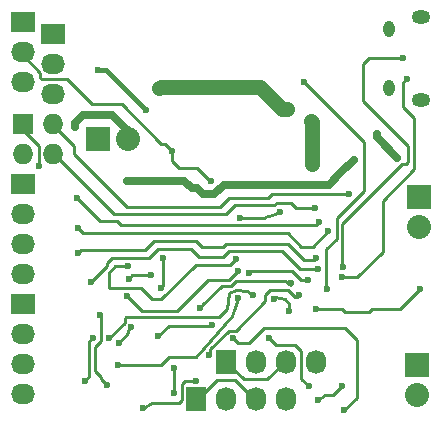
<source format=gbr>
G04 #@! TF.FileFunction,Copper,L2,Bot,Signal*
%FSLAX46Y46*%
G04 Gerber Fmt 4.6, Leading zero omitted, Abs format (unit mm)*
G04 Created by KiCad (PCBNEW 4.0.4-stable) date 01/19/17 12:29:14*
%MOMM*%
%LPD*%
G01*
G04 APERTURE LIST*
%ADD10C,0.100000*%
%ADD11O,0.950000X1.400000*%
%ADD12O,1.550000X1.200000*%
%ADD13R,1.727200X2.032000*%
%ADD14O,1.727200X2.032000*%
%ADD15R,2.032000X1.727200*%
%ADD16O,2.032000X1.727200*%
%ADD17R,1.727200X1.727200*%
%ADD18O,1.727200X1.727200*%
%ADD19R,2.032000X2.032000*%
%ADD20O,2.032000X2.032000*%
%ADD21C,0.600000*%
%ADD22C,0.250000*%
%ADD23C,0.635000*%
%ADD24C,1.270000*%
%ADD25C,0.400000*%
G04 APERTURE END LIST*
D10*
D11*
X102132960Y-106196400D03*
X102132960Y-101196400D03*
D12*
X104832960Y-107196400D03*
X104832960Y-100196400D03*
D13*
X88328500Y-129349500D03*
D14*
X90868500Y-129349500D03*
X93408500Y-129349500D03*
X95948500Y-129349500D03*
D15*
X71120000Y-114300000D03*
D16*
X71120000Y-116840000D03*
X71120000Y-119380000D03*
X71120000Y-121920000D03*
D17*
X71120000Y-109220000D03*
D18*
X73660000Y-109220000D03*
X71120000Y-111760000D03*
X73660000Y-111760000D03*
D13*
X85788500Y-132524500D03*
D14*
X88328500Y-132524500D03*
X90868500Y-132524500D03*
X93408500Y-132524500D03*
D15*
X71120000Y-124460000D03*
D16*
X71120000Y-127000000D03*
X71120000Y-129540000D03*
X71120000Y-132080000D03*
D19*
X77470000Y-110490000D03*
D20*
X80010000Y-110490000D03*
D19*
X104470200Y-129616200D03*
D20*
X104470200Y-132156200D03*
D15*
X71069200Y-100571300D03*
D16*
X71069200Y-103111300D03*
X71069200Y-105651300D03*
D15*
X73660000Y-101600000D03*
D16*
X73660000Y-104140000D03*
X73660000Y-106680000D03*
D19*
X104597200Y-115392200D03*
D20*
X104597200Y-117932200D03*
D21*
X81229200Y-133273800D03*
X85750400Y-130962400D03*
X101041200Y-110083600D03*
X102793800Y-112090200D03*
X93421200Y-108000800D03*
X95199200Y-122428000D03*
X90271600Y-121843800D03*
X98145600Y-131419600D03*
X96062800Y-132562600D03*
X95567500Y-112585500D03*
X95504000Y-108966000D03*
X79222600Y-127762000D03*
X80289400Y-126390400D03*
X75514200Y-109474000D03*
X80060800Y-122326400D03*
X81940400Y-122021600D03*
X82626200Y-106222800D03*
X104724200Y-123215400D03*
X95885000Y-124891800D03*
X99123500Y-112268000D03*
X79946500Y-114046000D03*
X94513400Y-123723400D03*
X86817200Y-128803400D03*
X77470000Y-104648000D03*
X81534000Y-108077000D03*
X72491600Y-112826800D03*
X83693000Y-111506000D03*
X87020400Y-114071400D03*
X92900500Y-116649500D03*
X89471500Y-117157500D03*
X90614500Y-123698000D03*
X78422500Y-127381000D03*
X89344500Y-123952000D03*
X79184500Y-129603500D03*
X80010000Y-121285000D03*
X89154000Y-120650000D03*
X79883000Y-123825000D03*
X89344500Y-121666000D03*
X93662500Y-125031500D03*
X92329000Y-124015500D03*
X98323400Y-133477000D03*
X88849200Y-127355600D03*
X91973400Y-127355600D03*
X95326200Y-131445000D03*
X96875600Y-123215400D03*
X94894400Y-105714800D03*
X103581200Y-105410000D03*
X98145600Y-122174000D03*
X103301800Y-103657400D03*
X98171000Y-121361200D03*
X96075500Y-121539000D03*
X76835000Y-122618500D03*
X95948500Y-120586500D03*
X75755500Y-120142000D03*
X96964500Y-118300500D03*
X75755500Y-118046500D03*
X96139000Y-117538500D03*
X75692000Y-115506500D03*
X98679000Y-115189000D03*
X95821500Y-116332000D03*
X93827600Y-122656600D03*
X86106000Y-124841000D03*
X87122000Y-126238000D03*
X82550000Y-127190500D03*
X83921600Y-132029200D03*
X83921600Y-129895600D03*
X82981800Y-120599200D03*
X82804000Y-123088400D03*
X78206600Y-131318000D03*
X77597000Y-125399800D03*
X76327000Y-131013200D03*
X77012800Y-127355600D03*
D22*
X93408500Y-129349500D02*
X93256100Y-129349500D01*
X93256100Y-129349500D02*
X91744800Y-130860800D01*
X89839800Y-130860800D02*
X88328500Y-129349500D01*
X91744800Y-130860800D02*
X89839800Y-130860800D01*
X85788500Y-132524500D02*
X85915500Y-132524500D01*
X85915500Y-132524500D02*
X87528400Y-130911600D01*
X89052400Y-130911600D02*
X90665300Y-132524500D01*
X87528400Y-130911600D02*
X89052400Y-130911600D01*
X90665300Y-132524500D02*
X90868500Y-132524500D01*
X81229200Y-133273800D02*
X81991200Y-132892800D01*
X81991200Y-132892800D02*
X84277200Y-132892800D01*
X84277200Y-132892800D02*
X84582000Y-132588000D01*
X84582000Y-132588000D02*
X84582000Y-131216400D01*
X84582000Y-131216400D02*
X84836000Y-130962400D01*
X84836000Y-130962400D02*
X85750400Y-130962400D01*
X88328500Y-132524500D02*
X88328500Y-132676900D01*
D23*
X101041200Y-110337600D02*
X101041200Y-110083600D01*
X102793800Y-112090200D02*
X101041200Y-110337600D01*
D24*
X93040200Y-108000800D02*
X93421200Y-108000800D01*
X91135200Y-106095800D02*
X93040200Y-108000800D01*
D22*
X94640400Y-122428000D02*
X95199200Y-122428000D01*
X93878400Y-121666000D02*
X94640400Y-122428000D01*
X90449400Y-121666000D02*
X93878400Y-121666000D01*
X90271600Y-121843800D02*
X90449400Y-121666000D01*
X97383600Y-132181600D02*
X98145600Y-131419600D01*
X96697800Y-132181600D02*
X97383600Y-132181600D01*
X96062800Y-132562600D02*
X96697800Y-132181600D01*
D24*
X95567500Y-112585500D02*
X95567500Y-109029500D01*
X95567500Y-109029500D02*
X95504000Y-108966000D01*
D22*
X80035400Y-126949200D02*
X79222600Y-127762000D01*
X80035400Y-126644400D02*
X80035400Y-126949200D01*
X80289400Y-126390400D02*
X80035400Y-126644400D01*
D23*
X75514200Y-109474000D02*
X75514200Y-109118400D01*
X80010000Y-110490000D02*
X80010000Y-109829600D01*
X80010000Y-109829600D02*
X78638400Y-108458000D01*
X78638400Y-108458000D02*
X76174600Y-108458000D01*
X76174600Y-108458000D02*
X75514200Y-109118400D01*
D22*
X80010000Y-109829600D02*
X78638400Y-108458000D01*
X75514200Y-109118400D02*
X75514200Y-109474000D01*
X76174600Y-108458000D02*
X75514200Y-109118400D01*
X78638400Y-108458000D02*
X76174600Y-108458000D01*
X80060800Y-122326400D02*
X80365600Y-122021600D01*
X80365600Y-122021600D02*
X81940400Y-122021600D01*
D23*
X80010000Y-110490000D02*
X80010000Y-109728000D01*
D24*
X82753200Y-106095800D02*
X91135200Y-106095800D01*
X82626200Y-106222800D02*
X82753200Y-106095800D01*
D22*
X103022400Y-124917200D02*
X104724200Y-123215400D01*
X100660200Y-124917200D02*
X103022400Y-124917200D01*
X100406200Y-125171200D02*
X100660200Y-124917200D01*
X98374200Y-125171200D02*
X100406200Y-125171200D01*
X98094800Y-124891800D02*
X98374200Y-125171200D01*
X95885000Y-124891800D02*
X98094800Y-124891800D01*
D23*
X97980500Y-113411000D02*
X99123500Y-112268000D01*
X97028000Y-114363500D02*
X97980500Y-113411000D01*
X88138000Y-114363500D02*
X97028000Y-114363500D01*
X87312500Y-115189000D02*
X88138000Y-114363500D01*
X86360000Y-115189000D02*
X87312500Y-115189000D01*
X85852000Y-114681000D02*
X86360000Y-115189000D01*
X85407500Y-114681000D02*
X85852000Y-114681000D01*
X84772500Y-114046000D02*
X85407500Y-114681000D01*
X79946500Y-114046000D02*
X84772500Y-114046000D01*
D22*
X94386400Y-123850400D02*
X94513400Y-123723400D01*
X94157800Y-123850400D02*
X94386400Y-123850400D01*
X93573600Y-123266200D02*
X94157800Y-123850400D01*
X92049600Y-123266200D02*
X93573600Y-123266200D01*
X91617800Y-123698000D02*
X92049600Y-123266200D01*
X91617800Y-124206000D02*
X91617800Y-123698000D01*
X89103200Y-126720600D02*
X91617800Y-124206000D01*
X88519000Y-126720600D02*
X89103200Y-126720600D01*
X86918800Y-128320800D02*
X88519000Y-126720600D01*
X86918800Y-128701800D02*
X86918800Y-128320800D01*
X86817200Y-128803400D02*
X86918800Y-128701800D01*
D25*
X78105000Y-104648000D02*
X77470000Y-104648000D01*
X81534000Y-108077000D02*
X78105000Y-104648000D01*
D22*
X72491600Y-112826800D02*
X72466200Y-112801400D01*
X72466200Y-112801400D02*
X72466200Y-111099600D01*
X72466200Y-111099600D02*
X71120000Y-109753400D01*
X71120000Y-109753400D02*
X71120000Y-109220000D01*
D25*
X71120000Y-109220000D02*
X71120000Y-109474000D01*
D22*
X71069200Y-103111300D02*
X71069200Y-103428800D01*
X71069200Y-103428800D02*
X72529700Y-104889300D01*
X72529700Y-104889300D02*
X72529700Y-105270300D01*
X72529700Y-105270300D02*
X72656700Y-105397300D01*
X72656700Y-105397300D02*
X74815700Y-105397300D01*
X74815700Y-105397300D02*
X76974700Y-107556300D01*
X76974700Y-107556300D02*
X79451200Y-107556300D01*
X79451200Y-107556300D02*
X82816700Y-110921800D01*
X82816700Y-110921800D02*
X83108800Y-110921800D01*
X83108800Y-110921800D02*
X83693000Y-111506000D01*
X83693000Y-112344200D02*
X83693000Y-111506000D01*
X84302600Y-112953800D02*
X83693000Y-112344200D01*
X85852000Y-112953800D02*
X84302600Y-112953800D01*
X86766400Y-113868200D02*
X85852000Y-112953800D01*
X86817200Y-113868200D02*
X86766400Y-113868200D01*
X87020400Y-114071400D02*
X86817200Y-113868200D01*
X92202000Y-116967000D02*
X92900500Y-116649500D01*
X91630500Y-117094000D02*
X92202000Y-116967000D01*
X91567000Y-117157500D02*
X91630500Y-117094000D01*
X89471500Y-117157500D02*
X91567000Y-117157500D01*
X90106500Y-123380500D02*
X90614500Y-123698000D01*
X89154000Y-123253500D02*
X90106500Y-123380500D01*
X88519000Y-123571000D02*
X89154000Y-123253500D01*
X88392000Y-124904500D02*
X88519000Y-123571000D01*
X87693500Y-125603000D02*
X88392000Y-124904500D01*
X79819500Y-125603000D02*
X87693500Y-125603000D01*
X79756000Y-125666500D02*
X79819500Y-125603000D01*
X79756000Y-126047500D02*
X79756000Y-125666500D01*
X78422500Y-127381000D02*
X79756000Y-126047500D01*
X89281000Y-124015500D02*
X89344500Y-123952000D01*
X88773000Y-125476000D02*
X89281000Y-124015500D01*
X85725000Y-128968500D02*
X88773000Y-125476000D01*
X83502500Y-128968500D02*
X85725000Y-128968500D01*
X82804000Y-129667000D02*
X83502500Y-128968500D01*
X79248000Y-129667000D02*
X82804000Y-129667000D01*
X79184500Y-129603500D02*
X79248000Y-129667000D01*
X78930500Y-121285000D02*
X80010000Y-121285000D01*
X78359000Y-121856500D02*
X78930500Y-121285000D01*
X78359000Y-123126500D02*
X78359000Y-121856500D01*
X81089500Y-123126500D02*
X78359000Y-123126500D01*
X82042000Y-124079000D02*
X81089500Y-123126500D01*
X82804000Y-124079000D02*
X82042000Y-124079000D01*
X85725000Y-121158000D02*
X82804000Y-124079000D01*
X88646000Y-121158000D02*
X85725000Y-121158000D01*
X89154000Y-120650000D02*
X88646000Y-121158000D01*
X81153000Y-125095000D02*
X79883000Y-123825000D01*
X84137500Y-125095000D02*
X81153000Y-125095000D01*
X86804500Y-122428000D02*
X84137500Y-125095000D01*
X88582500Y-122428000D02*
X86804500Y-122428000D01*
X89344500Y-121666000D02*
X88582500Y-122428000D01*
X93662500Y-124460000D02*
X93662500Y-125031500D01*
X93281500Y-124079000D02*
X93662500Y-124460000D01*
X92456000Y-123888500D02*
X93281500Y-124079000D01*
X92329000Y-124015500D02*
X92456000Y-123888500D01*
X99390200Y-132410200D02*
X98323400Y-133477000D01*
X99390200Y-127558800D02*
X99390200Y-132410200D01*
X98348800Y-126517400D02*
X99390200Y-127558800D01*
X91516200Y-126517400D02*
X98348800Y-126517400D01*
X90220800Y-127812800D02*
X91516200Y-126517400D01*
X89306400Y-127812800D02*
X90220800Y-127812800D01*
X88849200Y-127355600D02*
X89306400Y-127812800D01*
X92532200Y-127914400D02*
X91973400Y-127355600D01*
X94107000Y-127914400D02*
X92532200Y-127914400D01*
X94665800Y-128473200D02*
X94107000Y-127914400D01*
X94665800Y-130784600D02*
X94665800Y-128473200D01*
X95326200Y-131445000D02*
X94665800Y-130784600D01*
X96799400Y-123139200D02*
X96875600Y-123215400D01*
X96799400Y-119837200D02*
X96799400Y-123139200D01*
X97663000Y-118973600D02*
X96799400Y-119837200D01*
X97663000Y-117195600D02*
X97663000Y-118973600D01*
X99974400Y-114884200D02*
X97663000Y-117195600D01*
X99974400Y-110794800D02*
X99974400Y-114884200D01*
X94894400Y-105714800D02*
X99974400Y-110794800D01*
X103301800Y-105689400D02*
X103581200Y-105410000D01*
X103301800Y-107823000D02*
X103301800Y-105689400D01*
X104241600Y-108762800D02*
X103301800Y-107823000D01*
X104241600Y-113055400D02*
X104241600Y-108762800D01*
X101549200Y-115747800D02*
X104241600Y-113055400D01*
X101549200Y-120065800D02*
X101549200Y-115747800D01*
X99415600Y-122199400D02*
X101549200Y-120065800D01*
X98171000Y-122199400D02*
X99415600Y-122199400D01*
X98145600Y-122174000D02*
X98171000Y-122199400D01*
X100431600Y-103657400D02*
X103301800Y-103657400D01*
X99923600Y-104165400D02*
X100431600Y-103657400D01*
X99923600Y-107315000D02*
X99923600Y-104165400D01*
X103708200Y-111099600D02*
X99923600Y-107315000D01*
X103708200Y-112471200D02*
X103708200Y-111099600D01*
X103530400Y-112649000D02*
X103708200Y-112471200D01*
X103225600Y-112649000D02*
X103530400Y-112649000D01*
X98145600Y-117729000D02*
X103225600Y-112649000D01*
X98145600Y-121335800D02*
X98145600Y-117729000D01*
X98171000Y-121361200D02*
X98145600Y-121335800D01*
X94551500Y-121539000D02*
X96075500Y-121539000D01*
X93027500Y-120015000D02*
X94551500Y-121539000D01*
X88519000Y-120015000D02*
X93027500Y-120015000D01*
X88011000Y-120523000D02*
X88519000Y-120015000D01*
X86042500Y-120523000D02*
X88011000Y-120523000D01*
X85344000Y-119824500D02*
X86042500Y-120523000D01*
X82550000Y-119824500D02*
X85344000Y-119824500D01*
X81788000Y-120586500D02*
X82550000Y-119824500D01*
X78613000Y-120586500D02*
X81788000Y-120586500D01*
X78232000Y-120967500D02*
X78613000Y-120586500D01*
X78232000Y-121221500D02*
X78232000Y-120967500D01*
X76835000Y-122618500D02*
X78232000Y-121221500D01*
X95758000Y-120777000D02*
X95948500Y-120586500D01*
X94932500Y-120777000D02*
X95758000Y-120777000D01*
X93535500Y-119380000D02*
X94932500Y-120777000D01*
X88265000Y-119380000D02*
X93535500Y-119380000D01*
X88011000Y-119634000D02*
X88265000Y-119380000D01*
X86296500Y-119634000D02*
X88011000Y-119634000D01*
X85788500Y-119126000D02*
X86296500Y-119634000D01*
X82169000Y-119126000D02*
X85788500Y-119126000D01*
X81407000Y-119888000D02*
X82169000Y-119126000D01*
X76009500Y-119888000D02*
X81407000Y-119888000D01*
X75755500Y-120142000D02*
X76009500Y-119888000D01*
X95631000Y-119634000D02*
X96964500Y-118300500D01*
X94678500Y-119634000D02*
X95631000Y-119634000D01*
X93535500Y-118491000D02*
X94678500Y-119634000D01*
X76200000Y-118491000D02*
X93535500Y-118491000D01*
X75755500Y-118046500D02*
X76200000Y-118491000D01*
X95885000Y-117792500D02*
X96139000Y-117538500D01*
X79375000Y-117792500D02*
X95885000Y-117792500D01*
X79057500Y-117475000D02*
X79375000Y-117792500D01*
X77660500Y-117475000D02*
X79057500Y-117475000D01*
X75692000Y-115506500D02*
X77660500Y-117475000D01*
X73660000Y-109220000D02*
X73660000Y-109283500D01*
X73660000Y-109283500D02*
X75438000Y-111061500D01*
X75438000Y-111061500D02*
X75438000Y-111760000D01*
X75438000Y-111760000D02*
X79946500Y-116268500D01*
X79946500Y-116268500D02*
X87820500Y-116268500D01*
X87820500Y-116268500D02*
X88582500Y-115506500D01*
X88582500Y-115506500D02*
X91884500Y-115506500D01*
X91884500Y-115506500D02*
X92202000Y-115189000D01*
X92202000Y-115189000D02*
X98679000Y-115189000D01*
X73660000Y-111760000D02*
X73723500Y-111760000D01*
X73723500Y-111760000D02*
X78803500Y-116840000D01*
X78803500Y-116840000D02*
X88328500Y-116840000D01*
X88328500Y-116840000D02*
X89090500Y-116078000D01*
X89090500Y-116078000D02*
X92392500Y-116078000D01*
X92392500Y-116078000D02*
X92583000Y-115887500D01*
X92583000Y-115887500D02*
X93789500Y-115887500D01*
X93789500Y-115887500D02*
X94234000Y-116332000D01*
X94234000Y-116332000D02*
X95821500Y-116332000D01*
X93827600Y-122847100D02*
X93827600Y-122656600D01*
X93281500Y-122491500D02*
X93827600Y-122847100D01*
X89155398Y-122491500D02*
X93281500Y-122491500D01*
X88706992Y-122939906D02*
X89155398Y-122491500D01*
X87943594Y-122939906D02*
X88706992Y-122939906D01*
X86296500Y-124587000D02*
X87943594Y-122939906D01*
X86296500Y-124650500D02*
X86296500Y-124587000D01*
X86106000Y-124841000D02*
X86296500Y-124650500D01*
X87058500Y-126301500D02*
X87122000Y-126238000D01*
X83439000Y-126301500D02*
X87058500Y-126301500D01*
X82550000Y-127190500D02*
X83439000Y-126301500D01*
X83921600Y-132029200D02*
X83870800Y-131978400D01*
X83870800Y-131978400D02*
X83921600Y-129895600D01*
X82981800Y-122910600D02*
X82981800Y-120599200D01*
X82804000Y-123088400D02*
X82981800Y-122910600D01*
X78206600Y-131318000D02*
X77673200Y-130784600D01*
X77673200Y-130784600D02*
X77673200Y-130639398D01*
X77673200Y-130639398D02*
X77183402Y-130149600D01*
X77183402Y-130149600D02*
X77183402Y-128099398D01*
X77183402Y-128099398D02*
X77673200Y-127609600D01*
X77673200Y-127609600D02*
X77673200Y-125476000D01*
X77673200Y-125476000D02*
X77597000Y-125399800D01*
X76327000Y-131013200D02*
X76733400Y-130606800D01*
X76733400Y-130606800D02*
X76733400Y-127635000D01*
X76733400Y-127635000D02*
X77012800Y-127355600D01*
M02*

</source>
